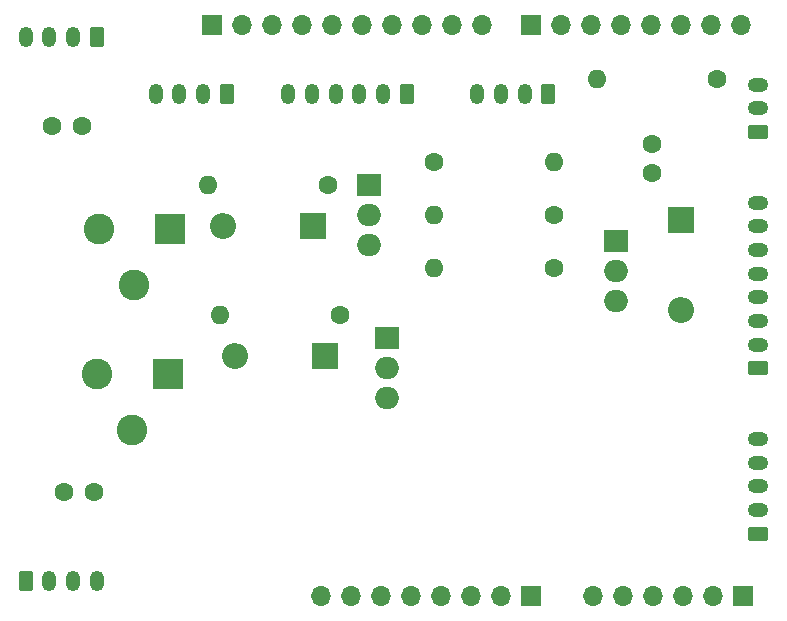
<source format=gbr>
%TF.GenerationSoftware,KiCad,Pcbnew,8.0.4*%
%TF.CreationDate,2024-09-29T14:54:36-07:00*%
%TF.ProjectId,PACE_PCB,50414345-5f50-4434-922e-6b696361645f,rev?*%
%TF.SameCoordinates,Original*%
%TF.FileFunction,Soldermask,Top*%
%TF.FilePolarity,Negative*%
%FSLAX46Y46*%
G04 Gerber Fmt 4.6, Leading zero omitted, Abs format (unit mm)*
G04 Created by KiCad (PCBNEW 8.0.4) date 2024-09-29 14:54:36*
%MOMM*%
%LPD*%
G01*
G04 APERTURE LIST*
G04 Aperture macros list*
%AMRoundRect*
0 Rectangle with rounded corners*
0 $1 Rounding radius*
0 $2 $3 $4 $5 $6 $7 $8 $9 X,Y pos of 4 corners*
0 Add a 4 corners polygon primitive as box body*
4,1,4,$2,$3,$4,$5,$6,$7,$8,$9,$2,$3,0*
0 Add four circle primitives for the rounded corners*
1,1,$1+$1,$2,$3*
1,1,$1+$1,$4,$5*
1,1,$1+$1,$6,$7*
1,1,$1+$1,$8,$9*
0 Add four rect primitives between the rounded corners*
20,1,$1+$1,$2,$3,$4,$5,0*
20,1,$1+$1,$4,$5,$6,$7,0*
20,1,$1+$1,$6,$7,$8,$9,0*
20,1,$1+$1,$8,$9,$2,$3,0*%
G04 Aperture macros list end*
%ADD10RoundRect,0.250000X0.350000X0.625000X-0.350000X0.625000X-0.350000X-0.625000X0.350000X-0.625000X0*%
%ADD11O,1.200000X1.750000*%
%ADD12R,2.600000X2.600000*%
%ADD13C,2.600000*%
%ADD14C,1.600000*%
%ADD15O,1.600000X1.600000*%
%ADD16R,2.200000X2.200000*%
%ADD17O,2.200000X2.200000*%
%ADD18R,2.000000X1.905000*%
%ADD19O,2.000000X1.905000*%
%ADD20RoundRect,0.250000X0.625000X-0.350000X0.625000X0.350000X-0.625000X0.350000X-0.625000X-0.350000X0*%
%ADD21O,1.750000X1.200000*%
%ADD22RoundRect,0.250000X-0.350000X-0.625000X0.350000X-0.625000X0.350000X0.625000X-0.350000X0.625000X0*%
%ADD23R,1.700000X1.700000*%
%ADD24O,1.700000X1.700000*%
G04 APERTURE END LIST*
D10*
%TO.C,J1*%
X120000000Y-55250000D03*
D11*
X118000000Y-55250000D03*
X116000000Y-55250000D03*
X114000000Y-55250000D03*
%TD*%
D12*
%TO.C,12v+1*%
X115200000Y-66750000D03*
D13*
X109200000Y-66750000D03*
X112200000Y-71450000D03*
%TD*%
D14*
%TO.C,R4*%
X147745000Y-65500000D03*
D15*
X137585000Y-65500000D03*
%TD*%
D16*
%TO.C,D1*%
X128310000Y-77500000D03*
D17*
X120690000Y-77500000D03*
%TD*%
D18*
%TO.C,Q1*%
X133555000Y-75960000D03*
D19*
X133555000Y-78500000D03*
X133555000Y-81040000D03*
%TD*%
D14*
%TO.C,C1*%
X105250000Y-58000000D03*
X107750000Y-58000000D03*
%TD*%
D18*
%TO.C,Q2*%
X132055000Y-62960000D03*
D19*
X132055000Y-65500000D03*
X132055000Y-68040000D03*
%TD*%
D14*
%TO.C,R1*%
X129580000Y-74000000D03*
D15*
X119420000Y-74000000D03*
%TD*%
D16*
%TO.C,D3*%
X158500000Y-65940000D03*
D17*
X158500000Y-73560000D03*
%TD*%
D20*
%TO.C,LEDs1*%
X165000000Y-58500000D03*
D21*
X165000000Y-56500000D03*
X165000000Y-54500000D03*
%TD*%
D12*
%TO.C,5V+1*%
X115000000Y-79000000D03*
D13*
X109000000Y-79000000D03*
X112000000Y-83700000D03*
%TD*%
D18*
%TO.C,Q3*%
X153000000Y-67750000D03*
D19*
X153000000Y-70290000D03*
X153000000Y-72830000D03*
%TD*%
D10*
%TO.C,SD1*%
X135238000Y-55262000D03*
D11*
X133238000Y-55262000D03*
X131238000Y-55262000D03*
X129238000Y-55262000D03*
X127238000Y-55262000D03*
X125238000Y-55262000D03*
%TD*%
D20*
%TO.C,RotaryEncoder1*%
X165000000Y-92500000D03*
D21*
X165000000Y-90500000D03*
X165000000Y-88500000D03*
X165000000Y-86500000D03*
X165000000Y-84500000D03*
%TD*%
D14*
%TO.C,C2*%
X106250000Y-89000000D03*
X108750000Y-89000000D03*
%TD*%
%TO.C,R6*%
X161500000Y-54000000D03*
D15*
X151340000Y-54000000D03*
%TD*%
D14*
%TO.C,R3*%
X147745000Y-70000000D03*
D15*
X137585000Y-70000000D03*
%TD*%
D20*
%TO.C,StirMotors1*%
X165000000Y-78500000D03*
D21*
X165000000Y-76500000D03*
X165000000Y-74500000D03*
X165000000Y-72500000D03*
X165000000Y-70500000D03*
X165000000Y-68500000D03*
X165000000Y-66500000D03*
X165000000Y-64500000D03*
%TD*%
D10*
%TO.C,Pumps1*%
X109000000Y-50500000D03*
D11*
X107000000Y-50500000D03*
X105000000Y-50500000D03*
X103000000Y-50500000D03*
%TD*%
D10*
%TO.C,OD1*%
X147238000Y-55262000D03*
D11*
X145238000Y-55262000D03*
X143238000Y-55262000D03*
X141238000Y-55262000D03*
%TD*%
D14*
%TO.C,R5*%
X137585000Y-61000000D03*
D15*
X147745000Y-61000000D03*
%TD*%
D22*
%TO.C,LCD1*%
X103000000Y-96500000D03*
D11*
X105000000Y-96500000D03*
X107000000Y-96500000D03*
X109000000Y-96500000D03*
%TD*%
D16*
%TO.C,D2*%
X127310000Y-66500000D03*
D17*
X119690000Y-66500000D03*
%TD*%
D14*
%TO.C,R2*%
X128580000Y-63000000D03*
D15*
X118420000Y-63000000D03*
%TD*%
D14*
%TO.C,C3*%
X156000000Y-62000000D03*
X156000000Y-59500000D03*
%TD*%
D23*
%TO.C,Pins7-1*%
X145800000Y-49400000D03*
D24*
X148340000Y-49400000D03*
X150880000Y-49400000D03*
X153420000Y-49400000D03*
X155960000Y-49400000D03*
X158500000Y-49400000D03*
X161040000Y-49400000D03*
X163580000Y-49400000D03*
%TD*%
D23*
%TO.C,PinsIOREF-Vin1*%
X145800000Y-97800000D03*
D24*
X143260000Y-97800000D03*
X140720000Y-97800000D03*
X138180000Y-97800000D03*
X135640000Y-97800000D03*
X133100000Y-97800000D03*
X130560000Y-97800000D03*
X128020000Y-97800000D03*
%TD*%
D23*
%TO.C,PinsA0-A1*%
X163680000Y-97800000D03*
D24*
X161140000Y-97800000D03*
X158600000Y-97800000D03*
X156060000Y-97800000D03*
X153520000Y-97800000D03*
X150980000Y-97800000D03*
%TD*%
D23*
%TO.C,PinsAREF-1*%
X118752000Y-49400000D03*
D24*
X121292000Y-49400000D03*
X123832000Y-49400000D03*
X126372000Y-49400000D03*
X128912000Y-49400000D03*
X131452000Y-49400000D03*
X133992000Y-49400000D03*
X136532000Y-49400000D03*
X139072000Y-49400000D03*
X141612000Y-49400000D03*
%TD*%
M02*

</source>
